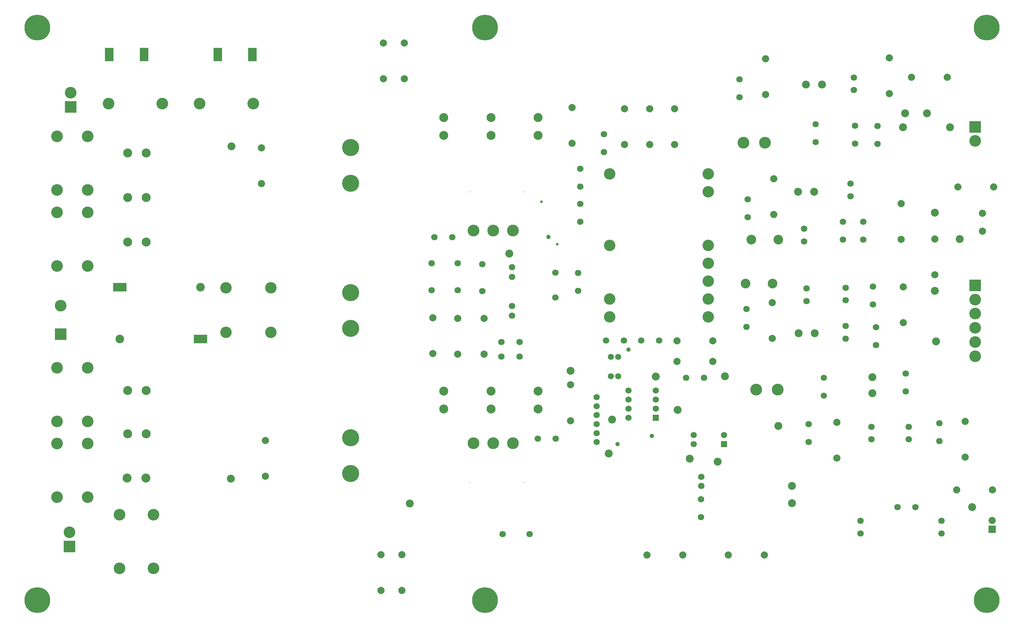
<source format=gts>
G04*
G04 #@! TF.GenerationSoftware,Altium Limited,Altium Designer,20.0.13 (296)*
G04*
G04 Layer_Color=8388736*
%FSLAX24Y24*%
%MOIN*%
G70*
G01*
G75*
%ADD21C,0.1280*%
%ADD22R,0.1280X0.1280*%
%ADD23C,0.0710*%
%ADD24C,0.0867*%
%ADD25C,0.0789*%
%ADD26C,0.1064*%
%ADD27C,0.1300*%
%ADD28R,0.0680X0.0680*%
%ADD29C,0.0680*%
%ADD30R,0.0789X0.0789*%
%ADD31C,0.0080*%
%ADD32C,0.2836*%
%ADD33C,0.0671*%
%ADD34C,0.1880*%
%ADD35C,0.0986*%
%ADD36R,0.0946X0.1458*%
%ADD37C,0.1261*%
%ADD38C,0.0946*%
%ADD39R,0.1482X0.0946*%
%ADD40C,0.0480*%
%ADD41C,0.0300*%
D21*
X105050Y52491D02*
D03*
X105050Y33491D02*
D03*
Y35050D02*
D03*
Y28814D02*
D03*
Y30373D02*
D03*
Y31932D02*
D03*
X19797Y56600D02*
D03*
X25703D02*
D03*
X9797D02*
D03*
X15703D02*
D03*
X5650Y57800D02*
D03*
X4150Y53003D02*
D03*
Y47097D02*
D03*
X7500Y53003D02*
D03*
Y47097D02*
D03*
Y44653D02*
D03*
Y38747D02*
D03*
X4150Y44653D02*
D03*
Y38747D02*
D03*
X4550Y34359D02*
D03*
X14741Y5481D02*
D03*
Y11386D02*
D03*
X10991D02*
D03*
Y5481D02*
D03*
X7500Y27553D02*
D03*
Y21647D02*
D03*
X4150Y27553D02*
D03*
Y21647D02*
D03*
X7500Y19203D02*
D03*
Y13297D02*
D03*
X4150Y19203D02*
D03*
Y13297D02*
D03*
X5500Y9430D02*
D03*
D22*
X105050Y54050D02*
D03*
X105050Y36609D02*
D03*
X5650Y56241D02*
D03*
X4550Y31241D02*
D03*
X5500Y7870D02*
D03*
D23*
X90800Y36351D02*
D03*
Y34973D02*
D03*
X86500Y36262D02*
D03*
Y34884D02*
D03*
X86250Y42828D02*
D03*
Y41450D02*
D03*
X90800Y30755D02*
D03*
Y32133D02*
D03*
X79900Y32028D02*
D03*
Y33996D02*
D03*
X73281Y26450D02*
D03*
X75250D02*
D03*
X92450Y10689D02*
D03*
Y9311D02*
D03*
X96514Y12200D02*
D03*
X98483D02*
D03*
X101350Y10689D02*
D03*
Y9311D02*
D03*
X91700Y58100D02*
D03*
Y59478D02*
D03*
X79150Y59268D02*
D03*
Y57300D02*
D03*
X70300Y30550D02*
D03*
X68331D02*
D03*
X66436D02*
D03*
X64467D02*
D03*
X97750Y21039D02*
D03*
Y19661D02*
D03*
X93650Y21039D02*
D03*
Y19661D02*
D03*
X97400Y26900D02*
D03*
Y24931D02*
D03*
X86750Y19366D02*
D03*
Y21334D02*
D03*
X74900Y13086D02*
D03*
Y11117D02*
D03*
X56966Y19750D02*
D03*
X58934D02*
D03*
X56056Y9234D02*
D03*
X53103D02*
D03*
X45616Y41900D02*
D03*
X47584D02*
D03*
X58914Y38011D02*
D03*
X58914Y35256D02*
D03*
X54150Y37539D02*
D03*
Y38602D02*
D03*
Y34350D02*
D03*
Y33287D02*
D03*
X54956Y30384D02*
D03*
X52987D02*
D03*
X54956Y28784D02*
D03*
X52987D02*
D03*
X61650Y47464D02*
D03*
Y49433D02*
D03*
Y45586D02*
D03*
Y43617D02*
D03*
X74950Y14550D02*
D03*
Y15550D02*
D03*
X50869Y35974D02*
D03*
Y38926D02*
D03*
X48185Y36074D02*
D03*
Y39026D02*
D03*
X45300Y36074D02*
D03*
Y39026D02*
D03*
X64250Y53233D02*
D03*
Y51264D02*
D03*
X61400Y37984D02*
D03*
Y36016D02*
D03*
X94300Y52166D02*
D03*
Y54134D02*
D03*
X91850Y54184D02*
D03*
Y52216D02*
D03*
X80050Y44116D02*
D03*
Y46084D02*
D03*
X92753Y41628D02*
D03*
Y43596D02*
D03*
X90493D02*
D03*
Y41628D02*
D03*
X91350Y47789D02*
D03*
Y46411D02*
D03*
X94150Y31996D02*
D03*
Y30028D02*
D03*
X93800Y36481D02*
D03*
Y34512D02*
D03*
X101100Y19466D02*
D03*
Y21434D02*
D03*
D24*
X87336Y46900D02*
D03*
X85564D02*
D03*
X87396Y31336D02*
D03*
X85625D02*
D03*
X77550Y26600D02*
D03*
X72350Y22900D02*
D03*
X104700Y12200D02*
D03*
X99728Y55533D02*
D03*
X97345D02*
D03*
X102275Y53993D02*
D03*
X97113D02*
D03*
X88200Y58700D02*
D03*
X86428D02*
D03*
X69945Y26573D02*
D03*
X100600Y36000D02*
D03*
X100750Y30450D02*
D03*
X93739Y24725D02*
D03*
Y26497D02*
D03*
X83403Y21129D02*
D03*
X84900Y14550D02*
D03*
Y12650D02*
D03*
X76750Y17200D02*
D03*
X73656Y17550D02*
D03*
X65150Y21850D02*
D03*
X64772Y18121D02*
D03*
X42900Y12600D02*
D03*
X23231Y15342D02*
D03*
X53850Y40100D02*
D03*
X23300Y51900D02*
D03*
X60586Y27208D02*
D03*
X100600Y44600D02*
D03*
X103350Y41700D02*
D03*
D25*
X82750Y34712D02*
D03*
Y30775D02*
D03*
X76219Y30500D02*
D03*
X72281D02*
D03*
X106900Y10750D02*
D03*
X105837Y44534D02*
D03*
Y42566D02*
D03*
X101971Y59518D02*
D03*
X98034D02*
D03*
X95600Y61637D02*
D03*
Y57700D02*
D03*
X82000Y61550D02*
D03*
Y57613D02*
D03*
X103950Y21650D02*
D03*
Y17713D02*
D03*
X89850Y21550D02*
D03*
Y17613D02*
D03*
X60586Y21720D02*
D03*
Y25657D02*
D03*
X39750Y3031D02*
D03*
Y6969D02*
D03*
X42050D02*
D03*
Y3031D02*
D03*
X27035Y19546D02*
D03*
Y15609D02*
D03*
X48185Y32971D02*
D03*
Y29034D02*
D03*
X45433Y29113D02*
D03*
Y33050D02*
D03*
X72016Y56028D02*
D03*
Y52091D02*
D03*
X69266Y56028D02*
D03*
Y52091D02*
D03*
X66516Y56028D02*
D03*
Y52091D02*
D03*
X60750Y52250D02*
D03*
Y56187D02*
D03*
X26600Y47813D02*
D03*
Y51750D02*
D03*
X81857Y6934D02*
D03*
X77920D02*
D03*
X68981D02*
D03*
X72919D02*
D03*
X76219Y28250D02*
D03*
X72281D02*
D03*
X51069Y29048D02*
D03*
Y32985D02*
D03*
X40000Y59331D02*
D03*
Y63268D02*
D03*
X42300Y63268D02*
D03*
Y59331D02*
D03*
X106950Y14100D02*
D03*
X103013D02*
D03*
X103132Y47450D02*
D03*
X107069D02*
D03*
X82900Y44413D02*
D03*
Y48350D02*
D03*
X96900Y45600D02*
D03*
Y41663D02*
D03*
X100600Y41713D02*
D03*
Y37776D02*
D03*
X97150Y32512D02*
D03*
Y36449D02*
D03*
D26*
X79820Y36812D02*
D03*
X82773D02*
D03*
X83403Y41638D02*
D03*
X80450D02*
D03*
D27*
X80969Y25150D02*
D03*
X83331Y25150D02*
D03*
X79569Y52300D02*
D03*
X81931Y52300D02*
D03*
X54222Y19250D02*
D03*
X52057D02*
D03*
X49891D02*
D03*
X49891Y42640D02*
D03*
X52057D02*
D03*
X54222D02*
D03*
D28*
X77446Y19150D02*
D03*
X69950Y22050D02*
D03*
D29*
X77446Y20150D02*
D03*
X74100Y20150D02*
D03*
Y19150D02*
D03*
X87503Y54346D02*
D03*
Y52378D02*
D03*
X66950Y24050D02*
D03*
X69950Y24050D02*
D03*
X66950Y25050D02*
D03*
X69950Y25050D02*
D03*
X66950Y22050D02*
D03*
X66950Y23050D02*
D03*
X69950Y23050D02*
D03*
X88400Y24466D02*
D03*
Y26434D02*
D03*
X63450Y19366D02*
D03*
Y20350D02*
D03*
Y21334D02*
D03*
Y24300D02*
D03*
Y23316D02*
D03*
Y22332D02*
D03*
D30*
X106900Y9766D02*
D03*
D31*
X105837Y43550D02*
D03*
X4550Y32800D02*
D03*
X49551Y14909D02*
D03*
X55457D02*
D03*
X55457Y46890D02*
D03*
X49551D02*
D03*
D32*
X51181Y64961D02*
D03*
X106299D02*
D03*
Y1969D02*
D03*
X51181D02*
D03*
X1969D02*
D03*
Y64961D02*
D03*
D33*
X65794Y28750D02*
D03*
X65006D02*
D03*
X65794Y26600D02*
D03*
X65006D02*
D03*
D34*
X36400Y19850D02*
D03*
X36400Y15913D02*
D03*
X36400Y35819D02*
D03*
X36400Y31881D02*
D03*
X36400Y51787D02*
D03*
X36400Y47850D02*
D03*
D35*
X57000Y24969D02*
D03*
Y23000D02*
D03*
X51825Y24969D02*
D03*
Y23000D02*
D03*
X46650Y24969D02*
D03*
Y23000D02*
D03*
X57000Y55068D02*
D03*
Y53100D02*
D03*
X51825Y55068D02*
D03*
Y53100D02*
D03*
X46650Y55068D02*
D03*
Y53100D02*
D03*
X11900Y41356D02*
D03*
X13947D02*
D03*
X11900Y46261D02*
D03*
X13947D02*
D03*
X11900Y51165D02*
D03*
X13947D02*
D03*
X11900Y25050D02*
D03*
X13947D02*
D03*
X11853Y15400D02*
D03*
X13900D02*
D03*
X11900Y20263D02*
D03*
X13947D02*
D03*
D36*
X25619Y62000D02*
D03*
X21800D02*
D03*
X13690D02*
D03*
X9871D02*
D03*
D37*
X22709Y36354D02*
D03*
X27630Y36354D02*
D03*
Y31433D02*
D03*
X22709D02*
D03*
X75713Y41000D02*
D03*
Y35094D02*
D03*
X64887D02*
D03*
Y41000D02*
D03*
Y48874D02*
D03*
X75713D02*
D03*
Y46906D02*
D03*
Y39032D02*
D03*
Y37063D02*
D03*
Y33126D02*
D03*
X64887D02*
D03*
D38*
X11054Y30700D02*
D03*
X19912Y36405D02*
D03*
D39*
X19912Y30700D02*
D03*
X11054Y36405D02*
D03*
D40*
X58150Y41945D02*
D03*
X69513Y20039D02*
D03*
X66950Y29550D02*
D03*
X65750Y19150D02*
D03*
D41*
X59100Y41150D02*
D03*
X57366Y45810D02*
D03*
M02*

</source>
